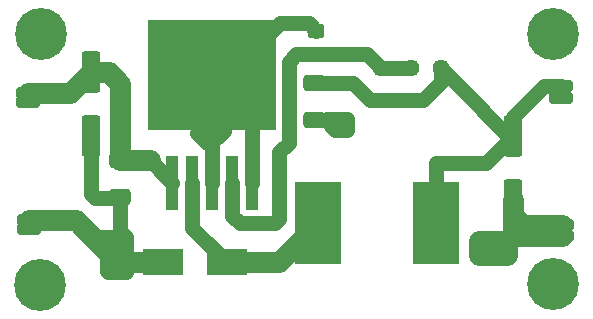
<source format=gbr>
%TF.GenerationSoftware,KiCad,Pcbnew,(6.0.7-1)-1*%
%TF.CreationDate,2022-10-26T21:12:00+02:00*%
%TF.ProjectId,Modulo_LM2596S,4d6f6475-6c6f-45f4-9c4d-32353936532e,rev?*%
%TF.SameCoordinates,Original*%
%TF.FileFunction,Copper,L1,Top*%
%TF.FilePolarity,Positive*%
%FSLAX46Y46*%
G04 Gerber Fmt 4.6, Leading zero omitted, Abs format (unit mm)*
G04 Created by KiCad (PCBNEW (6.0.7-1)-1) date 2022-10-26 21:12:00*
%MOMM*%
%LPD*%
G01*
G04 APERTURE LIST*
G04 Aperture macros list*
%AMRoundRect*
0 Rectangle with rounded corners*
0 $1 Rounding radius*
0 $2 $3 $4 $5 $6 $7 $8 $9 X,Y pos of 4 corners*
0 Add a 4 corners polygon primitive as box body*
4,1,4,$2,$3,$4,$5,$6,$7,$8,$9,$2,$3,0*
0 Add four circle primitives for the rounded corners*
1,1,$1+$1,$2,$3*
1,1,$1+$1,$4,$5*
1,1,$1+$1,$6,$7*
1,1,$1+$1,$8,$9*
0 Add four rect primitives between the rounded corners*
20,1,$1+$1,$2,$3,$4,$5,0*
20,1,$1+$1,$4,$5,$6,$7,0*
20,1,$1+$1,$6,$7,$8,$9,0*
20,1,$1+$1,$8,$9,$2,$3,0*%
G04 Aperture macros list end*
%TA.AperFunction,SMDPad,CuDef*%
%ADD10R,1.100000X4.600000*%
%TD*%
%TA.AperFunction,SMDPad,CuDef*%
%ADD11R,10.800000X9.400000*%
%TD*%
%TA.AperFunction,ComponentPad*%
%ADD12C,0.700000*%
%TD*%
%TA.AperFunction,ComponentPad*%
%ADD13C,4.400000*%
%TD*%
%TA.AperFunction,SMDPad,CuDef*%
%ADD14RoundRect,0.250000X0.750000X-0.250000X0.750000X0.250000X-0.750000X0.250000X-0.750000X-0.250000X0*%
%TD*%
%TA.AperFunction,ComponentPad*%
%ADD15C,1.440000*%
%TD*%
%TA.AperFunction,SMDPad,CuDef*%
%ADD16RoundRect,0.250000X-0.650000X0.412500X-0.650000X-0.412500X0.650000X-0.412500X0.650000X0.412500X0*%
%TD*%
%TA.AperFunction,SMDPad,CuDef*%
%ADD17RoundRect,0.250000X-0.550000X1.500000X-0.550000X-1.500000X0.550000X-1.500000X0.550000X1.500000X0*%
%TD*%
%TA.AperFunction,SMDPad,CuDef*%
%ADD18RoundRect,0.250000X0.450000X-0.350000X0.450000X0.350000X-0.450000X0.350000X-0.450000X-0.350000X0*%
%TD*%
%TA.AperFunction,SMDPad,CuDef*%
%ADD19RoundRect,0.250000X-0.750000X0.250000X-0.750000X-0.250000X0.750000X-0.250000X0.750000X0.250000X0*%
%TD*%
%TA.AperFunction,SMDPad,CuDef*%
%ADD20R,3.500000X2.300000*%
%TD*%
%TA.AperFunction,SMDPad,CuDef*%
%ADD21R,4.000000X7.000000*%
%TD*%
%TA.AperFunction,ViaPad*%
%ADD22C,1.000000*%
%TD*%
%TA.AperFunction,ViaPad*%
%ADD23C,0.800000*%
%TD*%
%TA.AperFunction,Conductor*%
%ADD24C,1.800000*%
%TD*%
%TA.AperFunction,Conductor*%
%ADD25C,1.300000*%
%TD*%
G04 APERTURE END LIST*
D10*
%TO.P,U101,1,VIN*%
%TO.N,Vin+*%
X165725000Y-83725000D03*
%TO.P,U101,2,OUT*%
%TO.N,Net-(D101-Pad1)*%
X167425000Y-83725000D03*
%TO.P,U101,3,GND*%
%TO.N,OUT-*%
X169125000Y-83725000D03*
D11*
X169125000Y-74575000D03*
D10*
%TO.P,U101,4,FB*%
%TO.N,Net-(R101-Pad1)*%
X170825000Y-83725000D03*
%TO.P,U101,5,~{ON}/OFF*%
%TO.N,OUT-*%
X172525000Y-83725000D03*
%TD*%
D12*
%TO.P,H104,1,1*%
%TO.N,OUT-*%
X196783274Y-91133274D03*
X197950000Y-93950000D03*
D13*
X197950000Y-92300000D03*
D12*
X199116726Y-91133274D03*
X196783274Y-93466726D03*
X199600000Y-92300000D03*
X196300000Y-92300000D03*
X197950000Y-90650000D03*
X199116726Y-93466726D03*
%TD*%
%TO.P,H101,1,1*%
%TO.N,OUT-*%
X153433274Y-69983274D03*
X154600000Y-72800000D03*
X155766726Y-69983274D03*
X153433274Y-72316726D03*
D13*
X154600000Y-71150000D03*
D12*
X156250000Y-71150000D03*
X154600000Y-69500000D03*
X152950000Y-71150000D03*
X155766726Y-72316726D03*
%TD*%
D14*
%TO.P,J106,1,Pin_1*%
%TO.N,OUT-*%
X198700000Y-88200000D03*
%TD*%
%TO.P,J101,1,Pin_1*%
%TO.N,Vin+*%
X153550000Y-76150000D03*
%TD*%
%TO.P,J108,1,Pin_1*%
%TO.N,OUT-*%
X153600000Y-87650000D03*
%TD*%
D12*
%TO.P,H102,1,1*%
%TO.N,OUT-*%
X196833274Y-69933274D03*
D13*
X198000000Y-71100000D03*
D12*
X196350000Y-71100000D03*
X199166726Y-69933274D03*
X199650000Y-71100000D03*
X199166726Y-72266726D03*
X198000000Y-69450000D03*
X198000000Y-72750000D03*
X196833274Y-72266726D03*
%TD*%
D14*
%TO.P,J103,1,Pin_1*%
%TO.N,OUT+*%
X198650000Y-75550000D03*
%TD*%
D15*
%TO.P,RV101,1,1*%
%TO.N,Net-(R101-Pad1)*%
X183425000Y-74025000D03*
%TO.P,RV101,2,2*%
X185965000Y-74025000D03*
%TO.P,RV101,3,3*%
%TO.N,OUT+*%
X188505000Y-74025000D03*
%TD*%
D16*
%TO.P,C102,1*%
%TO.N,Vin+*%
X161350000Y-81812500D03*
%TO.P,C102,2*%
%TO.N,OUT-*%
X161350000Y-84937500D03*
%TD*%
D17*
%TO.P,C101,1*%
%TO.N,Vin+*%
X158900000Y-74350000D03*
%TO.P,C101,2*%
%TO.N,OUT-*%
X158900000Y-79750000D03*
%TD*%
D18*
%TO.P,R101,1*%
%TO.N,Net-(R101-Pad1)*%
X177900000Y-72825000D03*
%TO.P,R101,2*%
%TO.N,OUT-*%
X177900000Y-70825000D03*
%TD*%
D17*
%TO.P,C103,1*%
%TO.N,OUT+*%
X194600000Y-79750000D03*
%TO.P,C103,2*%
%TO.N,OUT-*%
X194600000Y-85150000D03*
%TD*%
D12*
%TO.P,H103,1,1*%
%TO.N,OUT-*%
X153383274Y-91233274D03*
D13*
X154550000Y-92400000D03*
D12*
X155716726Y-93566726D03*
X154550000Y-90750000D03*
X154550000Y-94050000D03*
X153383274Y-93566726D03*
X152900000Y-92400000D03*
X156200000Y-92400000D03*
X155716726Y-91233274D03*
%TD*%
D16*
%TO.P,C104,1*%
%TO.N,OUT+*%
X177775000Y-75287500D03*
%TO.P,C104,2*%
%TO.N,OUT-*%
X177775000Y-78412500D03*
%TD*%
D19*
%TO.P,J104,1,Pin_1*%
%TO.N,OUT-*%
X153650000Y-86850000D03*
%TD*%
D14*
%TO.P,J102,1,Pin_1*%
%TO.N,OUT-*%
X198700000Y-87250000D03*
%TD*%
D20*
%TO.P,D101,1,K*%
%TO.N,Net-(D101-Pad1)*%
X170350000Y-90450000D03*
%TO.P,D101,2,A*%
%TO.N,OUT-*%
X164950000Y-90450000D03*
%TD*%
D21*
%TO.P,L101,1,1*%
%TO.N,Net-(D101-Pad1)*%
X178100000Y-87100000D03*
%TO.P,L101,2,2*%
%TO.N,OUT+*%
X188100000Y-87100000D03*
%TD*%
D14*
%TO.P,J107,1,Pin_1*%
%TO.N,OUT+*%
X198650000Y-76500000D03*
%TD*%
%TO.P,J105,1,Pin_1*%
%TO.N,Vin+*%
X153550000Y-76850000D03*
%TD*%
D22*
%TO.N,OUT-*%
X170600000Y-75250000D03*
X170600000Y-73700000D03*
X168950000Y-70650000D03*
X172100000Y-72250000D03*
D23*
X191700000Y-89850000D03*
D22*
X169000000Y-75200000D03*
X168950000Y-72150000D03*
X170600000Y-72250000D03*
X173650000Y-72200000D03*
X173650000Y-73750000D03*
X164500000Y-72250000D03*
X167600000Y-75350000D03*
X158850000Y-88300000D03*
X160300000Y-88300000D03*
D23*
X180550000Y-78300000D03*
D22*
X172200000Y-73700000D03*
X160250000Y-89750000D03*
X164500000Y-73800000D03*
D23*
X192850000Y-88700000D03*
D22*
X173600000Y-70650000D03*
X166050000Y-72250000D03*
X172000000Y-70600000D03*
X161800000Y-89800000D03*
X166100000Y-73750000D03*
X169000000Y-73700000D03*
D23*
X192800000Y-89850000D03*
D22*
X161800000Y-88300000D03*
X167600000Y-73750000D03*
X172200000Y-75250000D03*
X167500000Y-72250000D03*
D23*
X194100000Y-88650000D03*
X179500000Y-79200000D03*
D22*
X167500000Y-70650000D03*
X170550000Y-70600000D03*
X164500000Y-70650000D03*
D23*
X191750000Y-88650000D03*
X180550000Y-79250000D03*
D22*
X160250000Y-91200000D03*
X164500000Y-75350000D03*
X166100000Y-75300000D03*
X161800000Y-91250000D03*
X166000000Y-70650000D03*
D23*
X194100000Y-89850000D03*
D22*
X173650000Y-75300000D03*
%TD*%
D24*
%TO.N,Vin+*%
X153550000Y-76150000D02*
X157100000Y-76150000D01*
X157100000Y-76150000D02*
X158900000Y-74350000D01*
X158900000Y-74350000D02*
X160350000Y-74350000D01*
X161350000Y-81812500D02*
X163812500Y-81812500D01*
X161350000Y-81812500D02*
X161350000Y-75350000D01*
X160350000Y-74350000D02*
X161350000Y-75350000D01*
D25*
X165725000Y-83725000D02*
X163812500Y-81812500D01*
%TO.N,Net-(R101-Pad1)*%
X182225000Y-72825000D02*
X183425000Y-74025000D01*
X176250000Y-72825000D02*
X177900000Y-72825000D01*
X170825000Y-86525000D02*
X171450000Y-87150000D01*
X171450000Y-87150000D02*
X174425000Y-87150000D01*
X174800000Y-81100000D02*
X175600000Y-80300000D01*
X175600000Y-73475000D02*
X176250000Y-72825000D01*
X174800000Y-86775000D02*
X174800000Y-81100000D01*
X175600000Y-80300000D02*
X175600000Y-73475000D01*
X170825000Y-83725000D02*
X170825000Y-86525000D01*
X183425000Y-74025000D02*
X185965000Y-74025000D01*
X174425000Y-87150000D02*
X174800000Y-86775000D01*
X177900000Y-72825000D02*
X182225000Y-72825000D01*
D24*
%TO.N,OUT-*%
X157550000Y-86850000D02*
X160250000Y-89550000D01*
D25*
X158900000Y-84700000D02*
X159200000Y-85000000D01*
X167850000Y-79500000D02*
X168700000Y-80350000D01*
X172525000Y-83725000D02*
X172525000Y-77975000D01*
X158850000Y-88300000D02*
X161800000Y-88300000D01*
X178712500Y-78412500D02*
X179500000Y-79200000D01*
X169125000Y-80275000D02*
X170100000Y-79300000D01*
X169125000Y-80350000D02*
X169125000Y-77775000D01*
X160250000Y-89750000D02*
X160250000Y-91200000D01*
D24*
X198700000Y-88200000D02*
X194550000Y-88200000D01*
X164950000Y-90450000D02*
X161150000Y-90450000D01*
D25*
X180550000Y-78300000D02*
X178825000Y-78300000D01*
X180550000Y-78300000D02*
X180550000Y-79250000D01*
D24*
X194600000Y-86450000D02*
X194600000Y-88150000D01*
D25*
X161350000Y-87850000D02*
X161800000Y-88300000D01*
X179500000Y-79200000D02*
X180500000Y-79200000D01*
X160300000Y-89750000D02*
X161800000Y-91250000D01*
X161800000Y-91250000D02*
X160300000Y-91250000D01*
X172525000Y-77975000D02*
X169375000Y-74825000D01*
D24*
X195400000Y-87250000D02*
X194600000Y-86450000D01*
D25*
X161350000Y-84937500D02*
X161350000Y-87850000D01*
X169125000Y-80350000D02*
X169125000Y-80275000D01*
X160250000Y-89550000D02*
X160250000Y-88350000D01*
D24*
X153650000Y-86850000D02*
X157550000Y-86850000D01*
D25*
X158900000Y-79750000D02*
X158900000Y-84700000D01*
D24*
X191700000Y-88700000D02*
X191750000Y-88650000D01*
D25*
X161500000Y-88300000D02*
X160250000Y-89550000D01*
D24*
X191750000Y-88650000D02*
X194100000Y-88650000D01*
D25*
X160250000Y-88350000D02*
X160300000Y-88300000D01*
X160250000Y-89750000D02*
X160300000Y-89750000D01*
X159200000Y-85000000D02*
X161287500Y-85000000D01*
X178825000Y-78300000D02*
X178712500Y-78412500D01*
X160250000Y-89750000D02*
X160250000Y-89550000D01*
X172925000Y-72600000D02*
X172925000Y-72150000D01*
X177775000Y-78412500D02*
X178712500Y-78412500D01*
X180500000Y-79200000D02*
X180550000Y-79250000D01*
X160250000Y-89750000D02*
X161750000Y-89750000D01*
X174875000Y-70200000D02*
X177275000Y-70200000D01*
X168700000Y-80350000D02*
X169125000Y-80350000D01*
X161750000Y-89750000D02*
X161800000Y-89800000D01*
D24*
X161150000Y-90450000D02*
X160250000Y-89550000D01*
D25*
X172925000Y-72150000D02*
X174875000Y-70200000D01*
X158850000Y-88300000D02*
X158850000Y-88350000D01*
X161800000Y-88300000D02*
X161800000Y-89800000D01*
D24*
X194600000Y-85150000D02*
X194600000Y-86450000D01*
D25*
X177275000Y-70200000D02*
X177900000Y-70825000D01*
X158850000Y-88350000D02*
X160250000Y-89750000D01*
X169125000Y-83725000D02*
X169125000Y-80350000D01*
X160300000Y-91250000D02*
X160250000Y-91200000D01*
D24*
X194100000Y-88650000D02*
X194100000Y-89850000D01*
D25*
X161287500Y-85000000D02*
X161350000Y-84937500D01*
X161800000Y-88300000D02*
X161500000Y-88300000D01*
X169375000Y-74825000D02*
X169125000Y-74575000D01*
D24*
X191700000Y-89850000D02*
X191700000Y-88700000D01*
X198700000Y-87250000D02*
X195400000Y-87250000D01*
X194100000Y-89850000D02*
X191700000Y-89850000D01*
X194550000Y-88200000D02*
X194100000Y-88650000D01*
D25*
X169125000Y-77775000D02*
X169125000Y-74575000D01*
X161800000Y-89800000D02*
X161800000Y-91250000D01*
D24*
X194600000Y-88150000D02*
X194100000Y-88650000D01*
D25*
%TO.N,OUT+*%
X192055000Y-77575000D02*
X192055000Y-77605000D01*
X197200000Y-75550000D02*
X198650000Y-75550000D01*
X192055000Y-77605000D02*
X194200000Y-79750000D01*
X181012500Y-75287500D02*
X182450000Y-76725000D01*
X177775000Y-75287500D02*
X181012500Y-75287500D01*
X186975000Y-76725000D02*
X188505000Y-75195000D01*
X182450000Y-76725000D02*
X186975000Y-76725000D01*
X194200000Y-79750000D02*
X194600000Y-79750000D01*
X192300000Y-82050000D02*
X194600000Y-79750000D01*
X188100000Y-87100000D02*
X188100000Y-82050000D01*
X188505000Y-74025000D02*
X192055000Y-77575000D01*
X194600000Y-79750000D02*
X194600000Y-78150000D01*
X194600000Y-78150000D02*
X197200000Y-75550000D01*
X188100000Y-82050000D02*
X192300000Y-82050000D01*
X188505000Y-75195000D02*
X188505000Y-74025000D01*
D24*
%TO.N,Net-(D101-Pad1)*%
X170350000Y-90450000D02*
X174750000Y-90450000D01*
D25*
X167425000Y-83725000D02*
X167425000Y-87525000D01*
D24*
X174750000Y-90450000D02*
X178100000Y-87100000D01*
D25*
X167425000Y-87525000D02*
X170350000Y-90450000D01*
%TD*%
M02*

</source>
